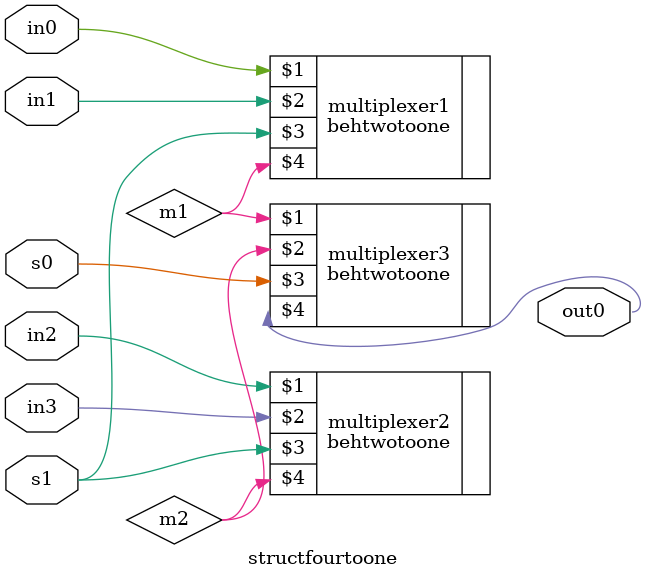
<source format=sv>
`timescale 1ns / 1ps


module structfourtoone(
    input logic in3, in2, in1, in0, s1, s0,
    output logic out0
    );
    logic m1;
    logic m2;
    
    behtwotoone multiplexer1(in0, in1, s1, m1);
    behtwotoone multiplexer2(in2, in3, s1, m2);
    behtwotoone multiplexer3(m1, m2, s0, out0);
    
endmodule

</source>
